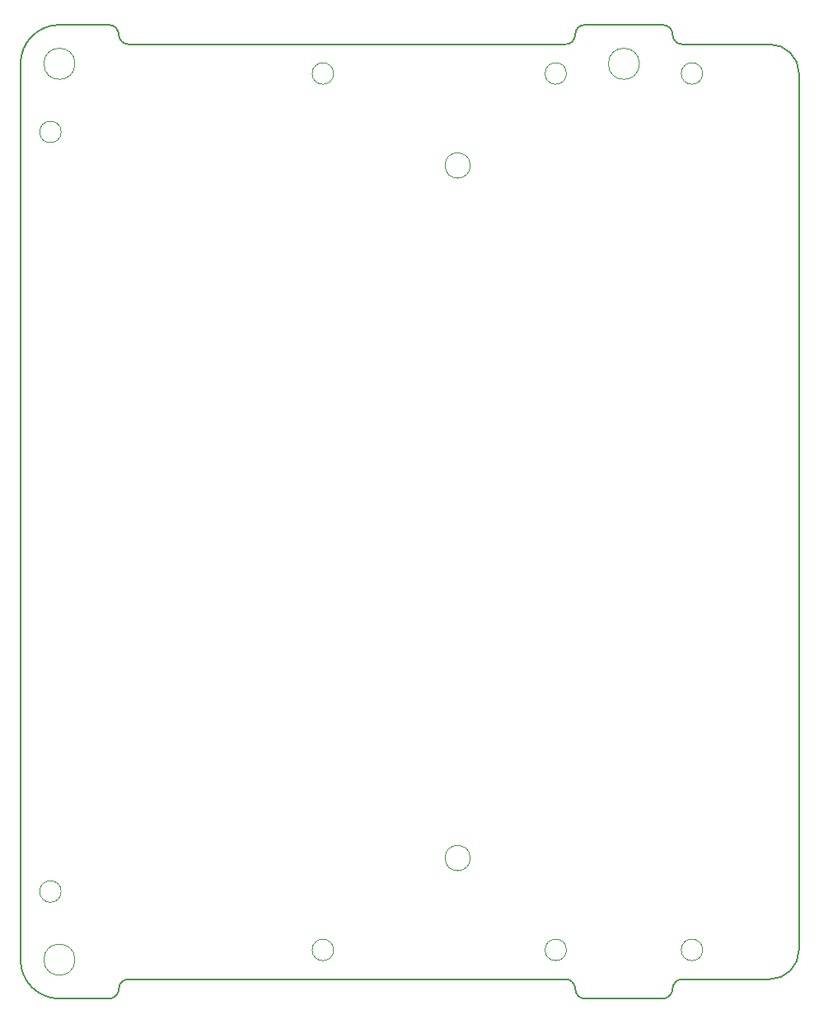
<source format=gbr>
%TF.GenerationSoftware,KiCad,Pcbnew,9.0.0*%
%TF.CreationDate,2025-03-09T10:59:44+03:00*%
%TF.ProjectId,PM_CNV-DQ16_src,504d5f43-4e56-42d4-9451-31365f737263,rev?*%
%TF.SameCoordinates,Original*%
%TF.FileFunction,Profile,NP*%
%FSLAX46Y46*%
G04 Gerber Fmt 4.6, Leading zero omitted, Abs format (unit mm)*
G04 Created by KiCad (PCBNEW 9.0.0) date 2025-03-09 10:59:44*
%MOMM*%
%LPD*%
G01*
G04 APERTURE LIST*
%TA.AperFunction,Profile*%
%ADD10C,0.200000*%
%TD*%
%TA.AperFunction,Profile*%
%ADD11C,0.050000*%
%TD*%
G04 APERTURE END LIST*
D10*
X27000000Y-49000000D02*
G75*
G02*
X28000000Y-48000000I1000000J0D01*
G01*
X26000000Y50000000D02*
G75*
G02*
X27000000Y49000000I0J-1000000D01*
G01*
X-40000000Y46000000D02*
G75*
G02*
X-36000000Y50000000I4000000J0D01*
G01*
X26000000Y50000000D02*
X18000000Y50000000D01*
X40000000Y-45000000D02*
G75*
G02*
X37000000Y-48000000I-3000000J0D01*
G01*
X27000000Y-49000000D02*
G75*
G02*
X26000000Y-50000000I-1000000J0D01*
G01*
X-36000000Y-50000000D02*
G75*
G02*
X-40000000Y-46000000I0J4000000D01*
G01*
X28000000Y-48000000D02*
X37000000Y-48000000D01*
X18000000Y-50000000D02*
G75*
G02*
X17000000Y-49000000I0J1000000D01*
G01*
X37000000Y48000000D02*
G75*
G02*
X40000000Y45000000I0J-3000000D01*
G01*
X-28900000Y48000000D02*
X16000000Y48000000D01*
X-36000000Y50000000D02*
X-30900000Y50000000D01*
X-36000000Y-50000000D02*
X-30900000Y-50000000D01*
X40000000Y45000000D02*
X40000000Y-45000000D01*
X17000000Y49000000D02*
G75*
G02*
X18000000Y50000000I1000000J0D01*
G01*
X28000000Y48000000D02*
G75*
G02*
X27000000Y49000000I0J1000000D01*
G01*
X17000000Y49000000D02*
G75*
G02*
X16000000Y48000000I-1000000J0D01*
G01*
X-28900000Y48000000D02*
G75*
G02*
X-29900000Y49000000I0J1000000D01*
G01*
X37000000Y48000000D02*
X28000000Y48000000D01*
X-30900000Y50000000D02*
G75*
G02*
X-29900000Y49000000I0J-1000000D01*
G01*
X-29900000Y-49000000D02*
G75*
G02*
X-30900000Y-50000000I-1000000J0D01*
G01*
X-40000000Y46000000D02*
X-40000000Y-46000000D01*
X16000000Y-48000000D02*
X-28900000Y-48000000D01*
X18000000Y-50000000D02*
X26000000Y-50000000D01*
X-29900000Y-49000000D02*
G75*
G02*
X-28900000Y-48000000I1000000J0D01*
G01*
X16000000Y-48000000D02*
G75*
G02*
X17000000Y-49000000I0J-1000000D01*
G01*
D11*
%TO.C,H3*%
X-34400000Y-46000000D02*
G75*
G02*
X-37600000Y-46000000I-1600000J0D01*
G01*
X-37600000Y-46000000D02*
G75*
G02*
X-34400000Y-46000000I1600000J0D01*
G01*
%TO.C,U8*%
X6220000Y35560000D02*
G75*
G02*
X3620000Y35560000I-1300000J0D01*
G01*
X3620000Y35560000D02*
G75*
G02*
X6220000Y35560000I1300000J0D01*
G01*
%TO.C,U1*%
X-35826271Y39000000D02*
G75*
G02*
X-38026271Y39000000I-1100000J0D01*
G01*
X-38026271Y39000000D02*
G75*
G02*
X-35826271Y39000000I1100000J0D01*
G01*
X-35826271Y-39000000D02*
G75*
G02*
X-38026271Y-39000000I-1100000J0D01*
G01*
X-38026271Y-39000000D02*
G75*
G02*
X-35826271Y-39000000I1100000J0D01*
G01*
X-7826271Y45000000D02*
G75*
G02*
X-10026271Y45000000I-1100000J0D01*
G01*
X-10026271Y45000000D02*
G75*
G02*
X-7826271Y45000000I1100000J0D01*
G01*
X-7826271Y-45000000D02*
G75*
G02*
X-10026271Y-45000000I-1100000J0D01*
G01*
X-10026271Y-45000000D02*
G75*
G02*
X-7826271Y-45000000I1100000J0D01*
G01*
%TO.C,U9*%
X6220000Y-35560000D02*
G75*
G02*
X3620000Y-35560000I-1300000J0D01*
G01*
X3620000Y-35560000D02*
G75*
G02*
X6220000Y-35560000I1300000J0D01*
G01*
%TO.C,H2*%
X23600000Y46000000D02*
G75*
G02*
X20400000Y46000000I-1600000J0D01*
G01*
X20400000Y46000000D02*
G75*
G02*
X23600000Y46000000I1600000J0D01*
G01*
%TO.C,SP1*%
X16100000Y45000000D02*
G75*
G02*
X13900000Y45000000I-1100000J0D01*
G01*
X13900000Y45000000D02*
G75*
G02*
X16100000Y45000000I1100000J0D01*
G01*
X16100000Y-45000000D02*
G75*
G02*
X13900000Y-45000000I-1100000J0D01*
G01*
X13900000Y-45000000D02*
G75*
G02*
X16100000Y-45000000I1100000J0D01*
G01*
X30100000Y45000000D02*
G75*
G02*
X27900000Y45000000I-1100000J0D01*
G01*
X27900000Y45000000D02*
G75*
G02*
X30100000Y45000000I1100000J0D01*
G01*
X30100000Y-45000000D02*
G75*
G02*
X27900000Y-45000000I-1100000J0D01*
G01*
X27900000Y-45000000D02*
G75*
G02*
X30100000Y-45000000I1100000J0D01*
G01*
%TO.C,H1*%
X-34400000Y46000000D02*
G75*
G02*
X-37600000Y46000000I-1600000J0D01*
G01*
X-37600000Y46000000D02*
G75*
G02*
X-34400000Y46000000I1600000J0D01*
G01*
%TD*%
M02*

</source>
